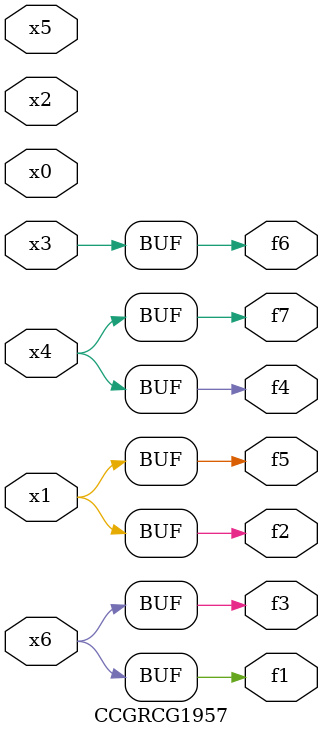
<source format=v>
module CCGRCG1957(
	input x0, x1, x2, x3, x4, x5, x6,
	output f1, f2, f3, f4, f5, f6, f7
);
	assign f1 = x6;
	assign f2 = x1;
	assign f3 = x6;
	assign f4 = x4;
	assign f5 = x1;
	assign f6 = x3;
	assign f7 = x4;
endmodule

</source>
